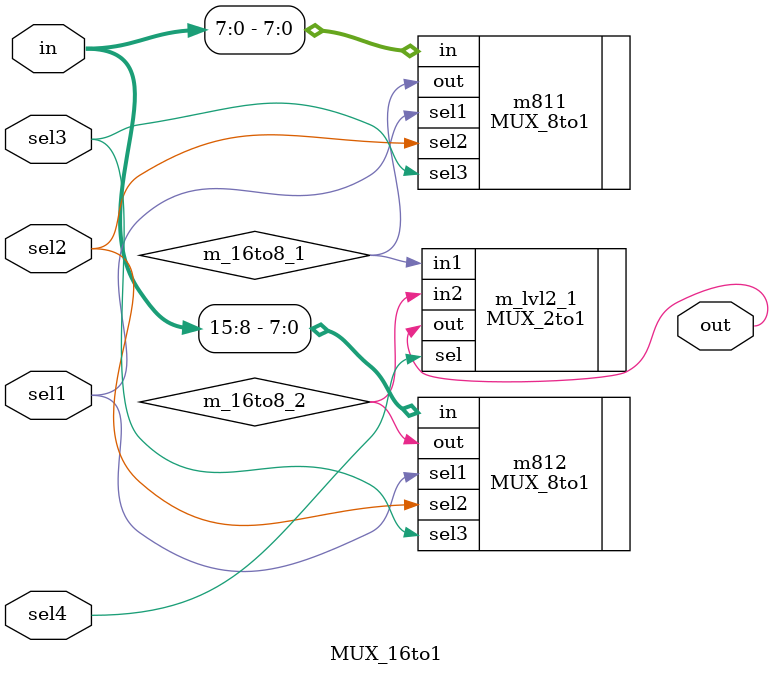
<source format=v>
`timescale 1ns / 1ps


module MUX_16to1(in, sel1, sel2, sel3, sel4, out);
    input [15:0] in;
    input sel1, sel2, sel3, sel4;
    output out;
    
    wire m_16to8_1, m_16to8_2;
        
    MUX_8to1 m811(.in(in[7:0]), .sel1(sel1), .sel2(sel2), .sel3(sel3), .out(m_16to8_1));
    MUX_8to1 m812(.in(in[15:8]), .sel1(sel1), .sel2(sel2), .sel3(sel3), .out(m_16to8_2));
    MUX_2to1 m_lvl2_1(.in1(m_16to8_1), .in2(m_16to8_2), .sel(sel4), .out(out));
    
endmodule

</source>
